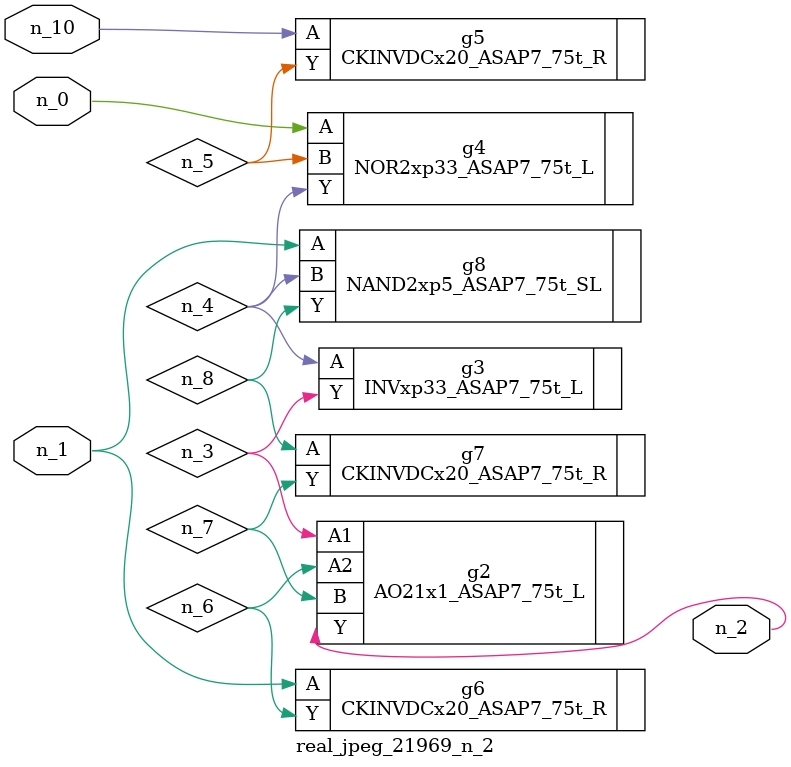
<source format=v>
module real_jpeg_21969_n_2 (n_1, n_10, n_0, n_2);

input n_1;
input n_10;
input n_0;

output n_2;

wire n_5;
wire n_4;
wire n_8;
wire n_6;
wire n_7;
wire n_3;

NOR2xp33_ASAP7_75t_L g4 ( 
.A(n_0),
.B(n_5),
.Y(n_4)
);

CKINVDCx20_ASAP7_75t_R g6 ( 
.A(n_1),
.Y(n_6)
);

NAND2xp5_ASAP7_75t_SL g8 ( 
.A(n_1),
.B(n_4),
.Y(n_8)
);

AO21x1_ASAP7_75t_L g2 ( 
.A1(n_3),
.A2(n_6),
.B(n_7),
.Y(n_2)
);

INVxp33_ASAP7_75t_L g3 ( 
.A(n_4),
.Y(n_3)
);

CKINVDCx20_ASAP7_75t_R g7 ( 
.A(n_8),
.Y(n_7)
);

CKINVDCx20_ASAP7_75t_R g5 ( 
.A(n_10),
.Y(n_5)
);


endmodule
</source>
